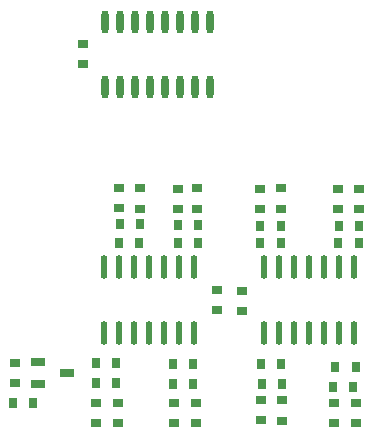
<source format=gtp>
G04 Layer: TopPasteMaskLayer*
G04 Panelize: , Column: 5, Row: 1, Board Size: 33mm x 44.75mm, Panelized Board Size: 173mm x 44.75mm*
G04 EasyEDA v6.5.51, 2025-08-29 13:19:12*
G04 ee4e1d7ef05e477ab0e75e15892c94f3,14c8f2514d444a3a831de9b613ea4171,10*
G04 Gerber Generator version 0.2*
G04 Scale: 100 percent, Rotated: No, Reflected: No *
G04 Dimensions in millimeters *
G04 leading zeros omitted , absolute positions ,4 integer and 5 decimal *
%FSLAX45Y45*%
%MOMM*%

%ADD10R,0.9000X0.7000*%
%ADD11R,0.7000X0.9000*%
%ADD12O,0.573989X2.037994*%
%ADD13O,0.602005X1.970989*%
%ADD14R,1.2500X0.7000*%
%ADD15R,0.0123X0.7000*%

%LPD*%
D10*
G01*
X2099995Y-1989988D03*
G01*
X2099995Y-1819986D03*
G01*
X1885035Y-1980107D03*
G01*
X1885035Y-1810105D03*
D11*
G01*
X2424988Y-1264996D03*
G01*
X2254986Y-1264996D03*
G01*
X1234998Y-1249984D03*
G01*
X1064996Y-1249984D03*
G01*
X2440000Y-2604998D03*
G01*
X2269997Y-2604998D03*
G01*
X1029970Y-2599689D03*
G01*
X859967Y-2599689D03*
G01*
X1554987Y-1259992D03*
G01*
X1724990Y-1259992D03*
G01*
X2869996Y-2629992D03*
G01*
X3039999Y-2629992D03*
G01*
X1515033Y-2609850D03*
G01*
X1685036Y-2609850D03*
D10*
G01*
X754989Y104927D03*
G01*
X754989Y274929D03*
G01*
X175361Y-2429611D03*
G01*
X175361Y-2599588D03*
D11*
G01*
X2254986Y-1415008D03*
G01*
X2424988Y-1415008D03*
G01*
X1054988Y-1410004D03*
G01*
X1224991Y-1410004D03*
G01*
X2259990Y-2440000D03*
G01*
X2429992Y-2440000D03*
G01*
X859942Y-2424684D03*
G01*
X1029944Y-2424684D03*
D10*
G01*
X2254986Y-1124991D03*
G01*
X2254986Y-954989D03*
G01*
X2424988Y-1120012D03*
G01*
X2424988Y-950010D03*
G01*
X1234998Y-1120012D03*
G01*
X1234998Y-950010D03*
G01*
X1054988Y-1115009D03*
G01*
X1054988Y-945006D03*
G01*
X2440000Y-2745003D03*
G01*
X2440000Y-2915005D03*
G01*
X2259990Y-2739999D03*
G01*
X2259990Y-2910001D03*
G01*
X1045032Y-2769717D03*
G01*
X1045032Y-2939719D03*
G01*
X860120Y-2769717D03*
G01*
X860120Y-2939719D03*
D11*
G01*
X3085007Y-1410004D03*
G01*
X2915005Y-1410004D03*
G01*
X1724990Y-1410004D03*
G01*
X1554987Y-1410004D03*
G01*
X3059988Y-2459989D03*
G01*
X2889986Y-2459989D03*
G01*
X1685010Y-2434844D03*
G01*
X1515008Y-2434844D03*
D10*
G01*
X3089986Y-1124991D03*
G01*
X3089986Y-954989D03*
G01*
X2910001Y-1124991D03*
G01*
X2910001Y-954989D03*
G01*
X1554987Y-1124991D03*
G01*
X1554987Y-954989D03*
G01*
X1719986Y-1120012D03*
G01*
X1719986Y-950010D03*
G01*
X2880004Y-2764993D03*
G01*
X2880004Y-2934995D03*
G01*
X3064992Y-2764993D03*
G01*
X3064992Y-2934995D03*
G01*
X1705178Y-2764891D03*
G01*
X1705178Y-2934893D03*
G01*
X1520012Y-2764891D03*
G01*
X1520012Y-2934893D03*
D11*
G01*
X329920Y-2765044D03*
G01*
X159918Y-2765044D03*
D12*
G01*
X2283993Y-2171903D03*
G01*
X2410993Y-2171903D03*
G01*
X2537993Y-2171903D03*
G01*
X2664993Y-2171903D03*
G01*
X2791993Y-2171903D03*
G01*
X2918993Y-2171903D03*
G01*
X3045993Y-2171903D03*
G01*
X2283993Y-1618081D03*
G01*
X2410993Y-1618081D03*
G01*
X2537993Y-1618081D03*
G01*
X2664993Y-1618081D03*
G01*
X2791993Y-1618081D03*
G01*
X2918993Y-1618081D03*
G01*
X3045993Y-1618081D03*
G01*
X928878Y-2172004D03*
G01*
X1055878Y-2172004D03*
G01*
X1182878Y-2172004D03*
G01*
X1309878Y-2172004D03*
G01*
X1436878Y-2172004D03*
G01*
X1563878Y-2172004D03*
G01*
X1690878Y-2172004D03*
G01*
X928878Y-1618183D03*
G01*
X1055878Y-1618183D03*
G01*
X1182878Y-1618183D03*
G01*
X1309878Y-1618183D03*
G01*
X1436878Y-1618183D03*
G01*
X1563878Y-1618183D03*
G01*
X1690878Y-1618183D03*
D13*
G01*
X935481Y-88442D03*
G01*
X1062481Y-88442D03*
G01*
X1189481Y-88442D03*
G01*
X1316481Y-88442D03*
G01*
X1443481Y-88442D03*
G01*
X1570481Y-88442D03*
G01*
X1697481Y-88442D03*
G01*
X1824481Y-88442D03*
G01*
X935481Y458673D03*
G01*
X1062481Y458673D03*
G01*
X1189481Y458673D03*
G01*
X1316481Y458673D03*
G01*
X1443481Y458673D03*
G01*
X1570481Y458673D03*
G01*
X1697481Y458673D03*
G01*
X1824481Y458673D03*
D14*
G01*
X370078Y-2420112D03*
G01*
X370078Y-2610104D03*
G01*
X620013Y-2515107D03*
D11*
G01*
X2919984Y-1264996D03*
G01*
X3089986Y-1264996D03*
M02*

</source>
